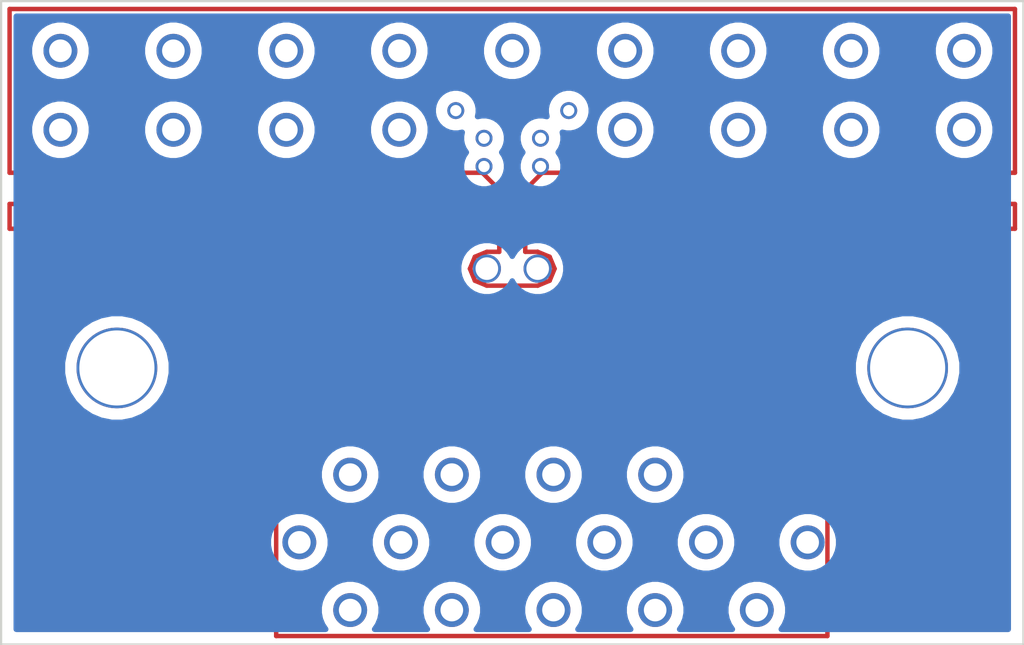
<source format=kicad_pcb>
(kicad_pcb (version 20171130) (host pcbnew "(5.1.9)-1")

  (general
    (thickness 1.6)
    (drawings 213)
    (tracks 42)
    (zones 0)
    (modules 0)
    (nets 1)
  )

  (page A4)
  (layers
    (0 F.Cu signal)
    (31 B.Cu signal hide)
    (32 B.Adhes user)
    (33 F.Adhes user)
    (34 B.Paste user)
    (35 F.Paste user)
    (36 B.SilkS user)
    (37 F.SilkS user)
    (38 B.Mask user)
    (39 F.Mask user)
    (40 Dwgs.User user)
    (41 Cmts.User user)
    (42 Eco1.User user)
    (43 Eco2.User user)
    (44 Edge.Cuts user)
    (45 Margin user)
    (46 B.CrtYd user)
    (47 F.CrtYd user)
    (48 B.Fab user)
    (49 F.Fab user)
  )

  (setup
    (last_trace_width 0.25)
    (trace_clearance 0.2)
    (zone_clearance 0.508)
    (zone_45_only no)
    (trace_min 0.2)
    (via_size 0.8)
    (via_drill 0.4)
    (via_min_size 0.4)
    (via_min_drill 0.3)
    (uvia_size 0.3)
    (uvia_drill 0.1)
    (uvias_allowed no)
    (uvia_min_size 0.2)
    (uvia_min_drill 0.1)
    (edge_width 0.05)
    (segment_width 0.2)
    (pcb_text_width 0.3)
    (pcb_text_size 1.5 1.5)
    (mod_edge_width 0.12)
    (mod_text_size 1 1)
    (mod_text_width 0.15)
    (pad_size 1.524 1.524)
    (pad_drill 0.762)
    (pad_to_mask_clearance 0)
    (aux_axis_origin 0 0)
    (visible_elements 7EFFFFFF)
    (pcbplotparams
      (layerselection 0x010fc_ffffffff)
      (usegerberextensions false)
      (usegerberattributes true)
      (usegerberadvancedattributes true)
      (creategerberjobfile true)
      (excludeedgelayer true)
      (linewidth 0.150000)
      (plotframeref false)
      (viasonmask false)
      (mode 1)
      (useauxorigin false)
      (hpglpennumber 1)
      (hpglpenspeed 20)
      (hpglpendiameter 15.000000)
      (psnegative false)
      (psa4output false)
      (plotreference true)
      (plotvalue true)
      (plotinvisibletext false)
      (padsonsilk false)
      (subtractmaskfromsilk false)
      (outputformat 1)
      (mirror false)
      (drillshape 1)
      (scaleselection 1)
      (outputdirectory ""))
  )

  (net 0 "")

  (net_class Default "This is the default net class."
    (clearance 0.2)
    (trace_width 0.25)
    (via_dia 0.8)
    (via_drill 0.4)
    (uvia_dia 0.3)
    (uvia_drill 0.1)
  )

  (gr_line (start 45.974 -28.956) (end 45.974 0) (layer Edge.Cuts) (width 0.1))
  (gr_line (start 0 -28.956) (end 45.974 -28.956) (layer Edge.Cuts) (width 0.1))
  (gr_line (start 0 0) (end 0 -28.956) (layer Edge.Cuts) (width 0.1))
  (gr_line (start 45.974 0) (end 0 0) (layer Edge.Cuts) (width 0.1))
  (gr_line (start 39.741294 -6.74475) (end 40.09335 -5.89758) (layer F.Cu) (width 0.2))
  (gr_line (start 39.14082 -7.419252) (end 39.741294 -6.74475) (layer F.Cu) (width 0.2))
  (gr_line (start 38.348098 -7.865048) (end 39.14082 -7.419252) (layer F.Cu) (width 0.2))
  (gr_line (start 37.4193 -8.0261) (end 38.348098 -7.865048) (layer F.Cu) (width 0.2))
  (gr_line (start 37.4193 -8.0261) (end 37.4193 -8.0261) (layer F.Cu) (width 0.2))
  (gr_line (start 36.4795 -8.0261) (end 37.4193 -8.0261) (layer F.Cu) (width 0.2))
  (gr_line (start 36.4795 -9.418) (end 36.4795 -8.0261) (layer F.Cu) (width 0.2))
  (gr_line (start 34.3967 -9.418) (end 36.4795 -9.418) (layer F.Cu) (width 0.2))
  (gr_line (start 34.3967 -9.8803) (end 34.3967 -9.418) (layer F.Cu) (width 0.2))
  (gr_line (start 34.3967 -12.1155) (end 34.3967 -9.8803) (layer F.Cu) (width 0.2))
  (gr_line (start 32.3647 -12.1155) (end 34.3967 -12.1155) (layer F.Cu) (width 0.2))
  (gr_line (start 32.3647 -9.8803) (end 32.3647 -12.1155) (layer F.Cu) (width 0.2))
  (gr_line (start 33.2537 -9.8803) (end 32.3647 -9.8803) (layer F.Cu) (width 0.2))
  (gr_line (start 33.2537 -9.418) (end 33.2537 -9.8803) (layer F.Cu) (width 0.2))
  (gr_line (start 33.2537 -7.0101) (end 33.2537 -9.418) (layer F.Cu) (width 0.2))
  (gr_line (start 37.4193 -7.0101) (end 33.2537 -7.0101) (layer F.Cu) (width 0.2))
  (gr_line (start 37.41928 -7.01012) (end 37.4193 -7.0101) (layer F.Cu) (width 0.2))
  (gr_line (start 38.092221 -6.871214) (end 37.41928 -7.01012) (layer F.Cu) (width 0.2))
  (gr_line (start 38.639327 -6.494076) (end 38.092221 -6.871214) (layer F.Cu) (width 0.2))
  (gr_line (start 39.006939 -5.938081) (end 38.639327 -6.494076) (layer F.Cu) (width 0.2))
  (gr_line (start 39.1414 -5.2626) (end 39.006939 -5.938081) (layer F.Cu) (width 0.2))
  (gr_line (start 39.1414 -5.2626) (end 39.1414 -5.2626) (layer F.Cu) (width 0.2))
  (gr_line (start 39.1414 -1.1734) (end 39.1414 -5.2626) (layer F.Cu) (width 0.2))
  (gr_line (start 43.8962 -1.1734) (end 39.1414 -1.1734) (layer F.Cu) (width 0.2))
  (gr_line (start 43.8962 -5.8976) (end 43.8962 -1.1734) (layer F.Cu) (width 0.2))
  (gr_line (start 40.0933 -5.8976) (end 43.8962 -5.8976) (layer F.Cu) (width 0.2))
  (gr_line (start 25.533528 -12.412285) (end 25.4457 -12.8473) (layer F.Cu) (width 0.2))
  (gr_line (start 25.773043 -12.057043) (end 25.533528 -12.412285) (layer F.Cu) (width 0.2))
  (gr_line (start 26.128285 -11.817527) (end 25.773043 -12.057043) (layer F.Cu) (width 0.2))
  (gr_line (start 26.5633 -11.7297) (end 26.128285 -11.817527) (layer F.Cu) (width 0.2))
  (gr_line (start 26.5633 -11.7297) (end 26.5633 -11.7297) (layer F.Cu) (width 0.2))
  (gr_line (start 26.8935 -11.7297) (end 26.5633 -11.7297) (layer F.Cu) (width 0.2))
  (gr_line (start 26.8935 -11.4757) (end 26.8935 -11.7297) (layer F.Cu) (width 0.2))
  (gr_line (start 28.9255 -11.4757) (end 26.8935 -11.4757) (layer F.Cu) (width 0.2))
  (gr_line (start 28.9255 -11.7297) (end 28.9255 -11.4757) (layer F.Cu) (width 0.2))
  (gr_line (start 29.4843 -11.7297) (end 28.9255 -11.7297) (layer F.Cu) (width 0.2))
  (gr_line (start 29.4843 -11.4757) (end 29.4843 -11.7297) (layer F.Cu) (width 0.2))
  (gr_line (start 31.5163 -11.4757) (end 29.4843 -11.4757) (layer F.Cu) (width 0.2))
  (gr_line (start 31.5163 -12.9997) (end 31.5163 -11.4757) (layer F.Cu) (width 0.2))
  (gr_line (start 29.9415 -12.9997) (end 31.5163 -12.9997) (layer F.Cu) (width 0.2))
  (gr_line (start 29.9415 -14.0207) (end 29.9415 -12.9997) (layer F.Cu) (width 0.2))
  (gr_line (start 31.5059 -14.0207) (end 29.9415 -14.0207) (layer F.Cu) (width 0.2))
  (gr_line (start 31.5059 -14.3721) (end 31.5059 -14.0207) (layer F.Cu) (width 0.2))
  (gr_line (start 32.3545 -14.3721) (end 31.5059 -14.3721) (layer F.Cu) (width 0.2))
  (gr_line (start 32.3545 -12.9997) (end 32.3545 -14.3721) (layer F.Cu) (width 0.2))
  (gr_line (start 34.3865 -12.9997) (end 32.3545 -12.9997) (layer F.Cu) (width 0.2))
  (gr_line (start 34.3865 -15.387) (end 34.3865 -12.9997) (layer F.Cu) (width 0.2))
  (gr_line (start 33.8785 -15.387) (end 34.3865 -15.387) (layer F.Cu) (width 0.2))
  (gr_line (start 33.8785 -15.7426) (end 33.8785 -15.387) (layer F.Cu) (width 0.2))
  (gr_line (start 34.3865 -15.7426) (end 33.8785 -15.7426) (layer F.Cu) (width 0.2))
  (gr_line (start 34.3865 -17.8254) (end 34.3865 -15.7426) (layer F.Cu) (width 0.2))
  (gr_line (start 32.3545 -17.8254) (end 34.3865 -17.8254) (layer F.Cu) (width 0.2))
  (gr_line (start 32.3545 -15.7426) (end 32.3545 -17.8254) (layer F.Cu) (width 0.2))
  (gr_line (start 32.862499 -15.7426) (end 32.3545 -15.7426) (layer F.Cu) (width 0.2))
  (gr_line (start 32.862499 -15.387) (end 32.862499 -15.7426) (layer F.Cu) (width 0.2))
  (gr_line (start 32.3545 -15.387) (end 32.862499 -15.387) (layer F.Cu) (width 0.2))
  (gr_line (start 31.5059 -15.387) (end 32.3545 -15.387) (layer F.Cu) (width 0.2))
  (gr_line (start 31.5059 -15.7426) (end 31.5059 -15.387) (layer F.Cu) (width 0.2))
  (gr_line (start 30.4495 -15.7426) (end 31.5059 -15.7426) (layer F.Cu) (width 0.2))
  (gr_line (start 30.4495 -17.8254) (end 30.4495 -15.7426) (layer F.Cu) (width 0.2))
  (gr_line (start 28.4175 -17.8254) (end 30.4495 -17.8254) (layer F.Cu) (width 0.2))
  (gr_line (start 28.4175 -15.7426) (end 28.4175 -17.8254) (layer F.Cu) (width 0.2))
  (gr_line (start 27.4523 -15.7426) (end 28.4175 -15.7426) (layer F.Cu) (width 0.2))
  (gr_line (start 27.4523 -14.0207) (end 27.4523 -15.7426) (layer F.Cu) (width 0.2))
  (gr_line (start 28.9255 -14.0207) (end 27.4523 -14.0207) (layer F.Cu) (width 0.2))
  (gr_line (start 28.9255 -12.9997) (end 28.9255 -14.0207) (layer F.Cu) (width 0.2))
  (gr_line (start 26.8935 -12.9997) (end 28.9255 -12.9997) (layer F.Cu) (width 0.2))
  (gr_line (start 26.7919 -12.9997) (end 26.8935 -12.9997) (layer F.Cu) (width 0.2))
  (gr_line (start 26.7919 -14.9809) (end 26.7919 -12.9997) (layer F.Cu) (width 0.2))
  (gr_line (start 24.6837 -14.9809) (end 26.7919 -14.9809) (layer F.Cu) (width 0.2))
  (gr_line (start 24.6837 -12.8473) (end 24.6837 -14.9809) (layer F.Cu) (width 0.2))
  (gr_line (start 25.4457 -12.8473) (end 24.6837 -12.8473) (layer F.Cu) (width 0.2))
  (gr_line (start 21.7271 -13.3654) (end 21.2191 -13.3654) (layer F.Cu) (width 0.2))
  (gr_line (start 21.7271 -12.8574) (end 21.7271 -13.3654) (layer F.Cu) (width 0.2))
  (gr_line (start 23.8193 -12.8574) (end 21.7271 -12.8574) (layer F.Cu) (width 0.2))
  (gr_line (start 23.8193 -14.9907) (end 23.8193 -12.8574) (layer F.Cu) (width 0.2))
  (gr_line (start 21.7271 -14.9907) (end 23.8193 -14.9907) (layer F.Cu) (width 0.2))
  (gr_line (start 21.7271 -14.3814) (end 21.7271 -14.9907) (layer F.Cu) (width 0.2))
  (gr_line (start 21.2191 -14.3814) (end 21.7271 -14.3814) (layer F.Cu) (width 0.2))
  (gr_line (start 21.2191 -14.8891) (end 21.2191 -14.3814) (layer F.Cu) (width 0.2))
  (gr_line (start 19.1871 -14.8891) (end 21.2191 -14.8891) (layer F.Cu) (width 0.2))
  (gr_line (start 19.1871 -14.3814) (end 19.1871 -14.8891) (layer F.Cu) (width 0.2))
  (gr_line (start 18.6283 -14.3814) (end 19.1871 -14.3814) (layer F.Cu) (width 0.2))
  (gr_line (start 18.6283 -14.8891) (end 18.6283 -14.3814) (layer F.Cu) (width 0.2))
  (gr_line (start 16.5963 -14.8891) (end 18.6283 -14.8891) (layer F.Cu) (width 0.2))
  (gr_line (start 16.5963 -10.927) (end 16.5963 -14.8891) (layer F.Cu) (width 0.2))
  (gr_line (start 18.6283 -10.927) (end 16.5963 -10.927) (layer F.Cu) (width 0.2))
  (gr_line (start 18.6283 -13.3654) (end 18.6283 -10.927) (layer F.Cu) (width 0.2))
  (gr_line (start 19.1871 -13.3654) (end 18.6283 -13.3654) (layer F.Cu) (width 0.2))
  (gr_line (start 19.1871 -12.8574) (end 19.1871 -13.3654) (layer F.Cu) (width 0.2))
  (gr_line (start 21.2191 -12.8574) (end 19.1871 -12.8574) (layer F.Cu) (width 0.2))
  (gr_line (start 21.2191 -13.3654) (end 21.2191 -12.8574) (layer F.Cu) (width 0.2))
  (gr_line (start 15.7023 -12.8634) (end 15.1943 -12.8634) (layer F.Cu) (width 0.2))
  (gr_line (start 15.7023 -14.8891) (end 15.7023 -12.8634) (layer F.Cu) (width 0.2))
  (gr_line (start 15.1943 -14.8891) (end 15.7023 -14.8891) (layer F.Cu) (width 0.2))
  (gr_line (start 15.1943 -15.4903) (end 15.1943 -14.8891) (layer F.Cu) (width 0.2))
  (gr_line (start 15.7023 -15.4903) (end 15.1943 -15.4903) (layer F.Cu) (width 0.2))
  (gr_line (start 15.7023 -17.8355) (end 15.7023 -15.4903) (layer F.Cu) (width 0.2))
  (gr_line (start 13.6703 -17.8355) (end 15.7023 -17.8355) (layer F.Cu) (width 0.2))
  (gr_line (start 13.6703 -15.4903) (end 13.6703 -17.8355) (layer F.Cu) (width 0.2))
  (gr_line (start 14.1783 -15.4903) (end 13.6703 -15.4903) (layer F.Cu) (width 0.2))
  (gr_line (start 14.1783 -14.8891) (end 14.1783 -15.4903) (layer F.Cu) (width 0.2))
  (gr_line (start 13.6703 -14.8891) (end 14.1783 -14.8891) (layer F.Cu) (width 0.2))
  (gr_line (start 13.6703 -12.8634) (end 13.6703 -14.8891) (layer F.Cu) (width 0.2))
  (gr_line (start 14.1783 -12.8634) (end 13.6703 -12.8634) (layer F.Cu) (width 0.2))
  (gr_line (start 14.1783 -12.5526) (end 14.1783 -12.8634) (layer F.Cu) (width 0.2))
  (gr_line (start 13.6703 -12.5526) (end 14.1783 -12.5526) (layer F.Cu) (width 0.2))
  (gr_line (start 13.6703 -10.927) (end 13.6703 -12.5526) (layer F.Cu) (width 0.2))
  (gr_line (start 15.7023 -10.927) (end 13.6703 -10.927) (layer F.Cu) (width 0.2))
  (gr_line (start 15.7023 -12.5526) (end 15.7023 -10.927) (layer F.Cu) (width 0.2))
  (gr_line (start 15.1943 -12.5526) (end 15.7023 -12.5526) (layer F.Cu) (width 0.2))
  (gr_line (start 15.1943 -12.8634) (end 15.1943 -12.5526) (layer F.Cu) (width 0.2))
  (gr_line (start 8.81379 -18.7096) (end 8.81379 -19.8272) (layer F.Cu) (width 0.2))
  (gr_line (start 0.381 -18.7096) (end 8.81379 -18.7096) (layer F.Cu) (width 0.2))
  (gr_line (start 0.381 -19.8272) (end 0.381 -18.7096) (layer F.Cu) (width 0.2))
  (gr_line (start 8.81379 -19.8272) (end 0.381 -19.8272) (layer F.Cu) (width 0.2))
  (gr_line (start 37.1602 -18.7096) (end 37.1602 -19.8272) (layer F.Cu) (width 0.2))
  (gr_line (start 45.593 -18.7096) (end 37.1602 -18.7096) (layer F.Cu) (width 0.2))
  (gr_line (start 45.593 -19.8272) (end 45.593 -18.7096) (layer F.Cu) (width 0.2))
  (gr_line (start 37.1602 -19.8272) (end 45.593 -19.8272) (layer F.Cu) (width 0.2))
  (gr_line (start 22.0218 -18.7096) (end 22.0218 -20.2082) (layer F.Cu) (width 0.2))
  (gr_line (start 9.69969 -18.7096) (end 22.0218 -18.7096) (layer F.Cu) (width 0.2))
  (gr_line (start 9.69969 -19.8272) (end 9.69969 -18.7096) (layer F.Cu) (width 0.2))
  (gr_line (start 20.8534 -19.8272) (end 9.69969 -19.8272) (layer F.Cu) (width 0.2))
  (gr_line (start 20.8534 -20.2082) (end 20.8534 -19.8272) (layer F.Cu) (width 0.2))
  (gr_line (start 22.0218 -20.2082) (end 20.8534 -20.2082) (layer F.Cu) (width 0.2))
  (gr_line (start 23.9522 -18.7096) (end 23.9522 -20.2082) (layer F.Cu) (width 0.2))
  (gr_line (start 36.2743 -18.7096) (end 23.9522 -18.7096) (layer F.Cu) (width 0.2))
  (gr_line (start 36.2743 -19.8272) (end 36.2743 -18.7096) (layer F.Cu) (width 0.2))
  (gr_line (start 25.1206 -19.8272) (end 36.2743 -19.8272) (layer F.Cu) (width 0.2))
  (gr_line (start 25.1206 -20.2082) (end 25.1206 -19.8272) (layer F.Cu) (width 0.2))
  (gr_line (start 23.9522 -20.2082) (end 25.1206 -20.2082) (layer F.Cu) (width 0.2))
  (gr_line (start 4.129564 -15.025409) (end 5.21716 -15.245) (layer F.Cu) (width 0.2))
  (gr_line (start 3.241464 -14.426591) (end 4.129564 -15.025409) (layer F.Cu) (width 0.2))
  (gr_line (start 2.642711 -13.538478) (end 3.241464 -14.426591) (layer F.Cu) (width 0.2))
  (gr_line (start 2.42316 -12.451) (end 2.642711 -13.538478) (layer F.Cu) (width 0.2))
  (gr_line (start 2.642711 -11.363522) (end 2.42316 -12.451) (layer F.Cu) (width 0.2))
  (gr_line (start 3.241464 -10.475409) (end 2.642711 -11.363522) (layer F.Cu) (width 0.2))
  (gr_line (start 4.129564 -9.876591) (end 3.241464 -10.475409) (layer F.Cu) (width 0.2))
  (gr_line (start 5.21716 -9.656999) (end 4.129564 -9.876591) (layer F.Cu) (width 0.2))
  (gr_line (start 6.304756 -9.876591) (end 5.21716 -9.656999) (layer F.Cu) (width 0.2))
  (gr_line (start 7.192856 -10.475409) (end 6.304756 -9.876591) (layer F.Cu) (width 0.2))
  (gr_line (start 7.791609 -11.363522) (end 7.192856 -10.475409) (layer F.Cu) (width 0.2))
  (gr_line (start 8.01116 -12.451) (end 7.791609 -11.363522) (layer F.Cu) (width 0.2))
  (gr_line (start 7.791609 -13.538478) (end 8.01116 -12.451) (layer F.Cu) (width 0.2))
  (gr_line (start 7.192856 -14.426591) (end 7.791609 -13.538478) (layer F.Cu) (width 0.2))
  (gr_line (start 6.304756 -15.025409) (end 7.192856 -14.426591) (layer F.Cu) (width 0.2))
  (gr_line (start 5.21716 -15.245) (end 6.304756 -15.025409) (layer F.Cu) (width 0.2))
  (gr_line (start 39.689504 -15.025409) (end 40.7771 -15.245) (layer F.Cu) (width 0.2))
  (gr_line (start 38.801404 -14.426591) (end 39.689504 -15.025409) (layer F.Cu) (width 0.2))
  (gr_line (start 38.202651 -13.538478) (end 38.801404 -14.426591) (layer F.Cu) (width 0.2))
  (gr_line (start 37.9831 -12.451) (end 38.202651 -13.538478) (layer F.Cu) (width 0.2))
  (gr_line (start 38.202651 -11.363522) (end 37.9831 -12.451) (layer F.Cu) (width 0.2))
  (gr_line (start 38.801404 -10.475409) (end 38.202651 -11.363522) (layer F.Cu) (width 0.2))
  (gr_line (start 39.689504 -9.876591) (end 38.801404 -10.475409) (layer F.Cu) (width 0.2))
  (gr_line (start 40.7771 -9.656999) (end 39.689504 -9.876591) (layer F.Cu) (width 0.2))
  (gr_line (start 41.864696 -9.876591) (end 40.7771 -9.656999) (layer F.Cu) (width 0.2))
  (gr_line (start 42.752796 -10.475409) (end 41.864696 -9.876591) (layer F.Cu) (width 0.2))
  (gr_line (start 43.351549 -11.363522) (end 42.752796 -10.475409) (layer F.Cu) (width 0.2))
  (gr_line (start 43.5711 -12.451) (end 43.351549 -11.363522) (layer F.Cu) (width 0.2))
  (gr_line (start 43.351549 -13.538478) (end 43.5711 -12.451) (layer F.Cu) (width 0.2))
  (gr_line (start 42.752796 -14.426591) (end 43.351549 -13.538478) (layer F.Cu) (width 0.2))
  (gr_line (start 41.864696 -15.025409) (end 42.752796 -14.426591) (layer F.Cu) (width 0.2))
  (gr_line (start 40.7771 -15.245) (end 41.864696 -15.025409) (layer F.Cu) (width 0.2))
  (gr_line (start 21.305203 -17.450096) (end 21.844 -17.673298) (layer F.Cu) (width 0.2))
  (gr_line (start 21.082001 -16.911299) (end 21.305203 -17.450096) (layer F.Cu) (width 0.2))
  (gr_line (start 21.305203 -16.372502) (end 21.082001 -16.911299) (layer F.Cu) (width 0.2))
  (gr_line (start 21.844 -16.1493) (end 21.305203 -16.372502) (layer F.Cu) (width 0.2))
  (gr_line (start 21.844 -16.1493) (end 21.844 -16.1493) (layer F.Cu) (width 0.2))
  (gr_line (start 24.13 -16.1493) (end 21.844 -16.1493) (layer F.Cu) (width 0.2))
  (gr_line (start 24.13 -16.149302) (end 24.13 -16.1493) (layer F.Cu) (width 0.2))
  (gr_line (start 24.668797 -16.372504) (end 24.13 -16.149302) (layer F.Cu) (width 0.2))
  (gr_line (start 24.891999 -16.911301) (end 24.668797 -16.372504) (layer F.Cu) (width 0.2))
  (gr_line (start 24.668797 -17.450098) (end 24.891999 -16.911301) (layer F.Cu) (width 0.2))
  (gr_line (start 24.13 -17.6733) (end 24.668797 -17.450098) (layer F.Cu) (width 0.2))
  (gr_line (start 24.13 -17.6733) (end 24.13 -17.6733) (layer F.Cu) (width 0.2))
  (gr_line (start 23.5712 -17.6733) (end 24.13 -17.6733) (layer F.Cu) (width 0.2))
  (gr_line (start 23.571201 -20.466989) (end 23.5712 -17.6733) (layer F.Cu) (width 0.2))
  (gr_line (start 24.3332 -21.2304) (end 23.571201 -20.466989) (layer F.Cu) (width 0.2))
  (gr_line (start 45.593 -21.2304) (end 24.3332 -21.2304) (layer F.Cu) (width 0.2))
  (gr_line (start 45.593 -28.6009) (end 45.593 -21.2304) (layer F.Cu) (width 0.2))
  (gr_line (start 0.381 -28.6009) (end 45.593 -28.6009) (layer F.Cu) (width 0.2))
  (gr_line (start 0.381 -21.2304) (end 0.381 -28.6009) (layer F.Cu) (width 0.2))
  (gr_line (start 21.640801 -21.230411) (end 0.381 -21.2304) (layer F.Cu) (width 0.2))
  (gr_line (start 22.4028 -20.467) (end 21.640801 -21.230411) (layer F.Cu) (width 0.2))
  (gr_line (start 22.4028 -17.6733) (end 22.4028 -20.467) (layer F.Cu) (width 0.2))
  (gr_line (start 21.844 -17.6733) (end 22.4028 -17.6733) (layer F.Cu) (width 0.2))
  (gr_line (start 15.6972 -10.0327) (end 16.5862 -10.0327) (layer F.Cu) (width 0.2))
  (gr_line (start 13.6652 -10.0327) (end 15.6972 -10.0327) (layer F.Cu) (width 0.2))
  (gr_line (start 12.3698 -10.0327) (end 13.6652 -10.0327) (layer F.Cu) (width 0.2))
  (gr_line (start 12.3698 -0.381) (end 12.3698 -10.0327) (layer F.Cu) (width 0.2))
  (gr_line (start 37.1602 -0.381) (end 12.3698 -0.381) (layer F.Cu) (width 0.2))
  (gr_line (start 37.1602 -6.1211) (end 37.1602 -0.381) (layer F.Cu) (width 0.2))
  (gr_line (start 31.6992 -6.1211) (end 37.1602 -6.1211) (layer F.Cu) (width 0.2))
  (gr_line (start 31.6992 -10.0327) (end 31.6992 -6.1211) (layer F.Cu) (width 0.2))
  (gr_line (start 31.5214 -10.0327) (end 31.6992 -10.0327) (layer F.Cu) (width 0.2))
  (gr_line (start 31.5214 -10.591499) (end 31.5214 -10.0327) (layer F.Cu) (width 0.2))
  (gr_line (start 29.4894 -10.591499) (end 31.5214 -10.591499) (layer F.Cu) (width 0.2))
  (gr_line (start 29.4894 -10.0327) (end 29.4894 -10.591499) (layer F.Cu) (width 0.2))
  (gr_line (start 28.9306 -10.0327) (end 29.4894 -10.0327) (layer F.Cu) (width 0.2))
  (gr_line (start 28.9306 -10.591499) (end 28.9306 -10.0327) (layer F.Cu) (width 0.2))
  (gr_line (start 26.8986 -10.591499) (end 28.9306 -10.591499) (layer F.Cu) (width 0.2))
  (gr_line (start 26.8986 -10.0327) (end 26.8986 -10.591499) (layer F.Cu) (width 0.2))
  (gr_line (start 21.209 -10.0327) (end 26.8986 -10.0327) (layer F.Cu) (width 0.2))
  (gr_line (start 21.209 -11.9631) (end 21.209 -10.0327) (layer F.Cu) (width 0.2))
  (gr_line (start 19.177 -11.9631) (end 21.209 -11.9631) (layer F.Cu) (width 0.2))
  (gr_line (start 19.177 -10.0327) (end 19.177 -11.9631) (layer F.Cu) (width 0.2))
  (gr_line (start 18.6182 -10.0327) (end 19.177 -10.0327) (layer F.Cu) (width 0.2))
  (gr_line (start 16.5862 -10.0327) (end 18.6182 -10.0327) (layer F.Cu) (width 0.2))

  (via (at 2.667 -26.7208) (size 1.524) (drill 1.016) (layers F.Cu B.Cu) (net 0))
  (via (at 2.667 -23.1648) (size 1.524) (drill 1.016) (layers F.Cu B.Cu) (net 0) (tstamp 6009B11C))
  (via (at 7.747 -26.7208) (size 1.524) (drill 1.016) (layers F.Cu B.Cu) (net 0) (tstamp 6009B23D))
  (via (at 12.827 -26.7208) (size 1.524) (drill 1.016) (layers F.Cu B.Cu) (net 0) (tstamp 6009B7EB))
  (via (at 17.907 -26.7208) (size 1.524) (drill 1.016) (layers F.Cu B.Cu) (net 0) (tstamp 6009B828))
  (via (at 22.987 -26.7208) (size 1.524) (drill 1.016) (layers F.Cu B.Cu) (net 0) (tstamp 6009B868))
  (via (at 28.067 -26.7208) (size 1.524) (drill 1.016) (layers F.Cu B.Cu) (net 0) (tstamp 6009BBF6))
  (via (at 33.147 -26.7208) (size 1.524) (drill 1.016) (layers F.Cu B.Cu) (net 0) (tstamp 6009BC41))
  (via (at 38.227 -26.7208) (size 1.524) (drill 1.016) (layers F.Cu B.Cu) (net 0) (tstamp 6009BCA5))
  (via (at 43.307 -26.7208) (size 1.524) (drill 1.016) (layers F.Cu B.Cu) (net 0) (tstamp 6009BCBE))
  (via (at 7.747 -23.1648) (size 1.524) (drill 1.016) (layers F.Cu B.Cu) (net 0) (tstamp 6009BD38))
  (via (at 12.827 -23.1648) (size 1.524) (drill 1.016) (layers F.Cu B.Cu) (net 0) (tstamp 6009BD8A))
  (via (at 17.907 -23.1648) (size 1.524) (drill 1.016) (layers F.Cu B.Cu) (net 0) (tstamp 6009BDEB))
  (via (at 15.6972 -7.6454) (size 1.524) (drill 1.016) (layers F.Cu B.Cu) (net 0) (tstamp 6009BDFF))
  (via (at 28.067 -23.1648) (size 1.524) (drill 1.016) (layers F.Cu B.Cu) (net 0) (tstamp 6009BE10))
  (via (at 33.147 -23.1648) (size 1.524) (drill 1.016) (layers F.Cu B.Cu) (net 0) (tstamp 6009BE26))
  (via (at 38.227 -23.1648) (size 1.524) (drill 1.016) (layers F.Cu B.Cu) (net 0) (tstamp 6009BE3A))
  (via (at 43.307 -23.1648) (size 1.524) (drill 1.016) (layers F.Cu B.Cu) (net 0) (tstamp 6009BE4E))
  (via (at 20.2692 -7.6454) (size 1.524) (drill 1.016) (layers F.Cu B.Cu) (net 0) (tstamp 6009BEE4))
  (via (at 24.8412 -7.6454) (size 1.524) (drill 1.016) (layers F.Cu B.Cu) (net 0) (tstamp 6009BF40))
  (via (at 29.4132 -7.6454) (size 1.524) (drill 1.016) (layers F.Cu B.Cu) (net 0) (tstamp 6009BF8A))
  (via (at 13.4112 -4.5974) (size 1.524) (drill 1.016) (layers F.Cu B.Cu) (net 0) (tstamp 6009BFEA))
  (via (at 17.9832 -4.5974) (size 1.524) (drill 1.016) (layers F.Cu B.Cu) (net 0) (tstamp 6009C03C))
  (via (at 22.5552 -4.5974) (size 1.524) (drill 1.016) (layers F.Cu B.Cu) (net 0) (tstamp 6009C07E))
  (via (at 27.1272 -4.5974) (size 1.524) (drill 1.016) (layers F.Cu B.Cu) (net 0) (tstamp 6009C0C1))
  (via (at 31.6992 -4.5974) (size 1.524) (drill 1.016) (layers F.Cu B.Cu) (net 0) (tstamp 6009C100))
  (via (at 36.2712 -4.5974) (size 1.524) (drill 1.016) (layers F.Cu B.Cu) (net 0) (tstamp 6009C13E))
  (via (at 15.6972 -1.5494) (size 1.524) (drill 1.016) (layers F.Cu B.Cu) (net 0) (tstamp 6009C17C))
  (via (at 20.2692 -1.5494) (size 1.524) (drill 1.016) (layers F.Cu B.Cu) (net 0) (tstamp 6009C1CB))
  (via (at 24.8412 -1.5494) (size 1.524) (drill 1.016) (layers F.Cu B.Cu) (net 0) (tstamp 6009C222))
  (via (at 29.4132 -1.5494) (size 1.524) (drill 1.016) (layers F.Cu B.Cu) (net 0) (tstamp 6009C25D))
  (via (at 33.9852 -1.5494) (size 1.524) (drill 1.016) (layers F.Cu B.Cu) (net 0) (tstamp 6009C28D))
  (via (at 21.844 -16.9164) (size 1.27) (drill 1.016) (layers F.Cu B.Cu) (net 0) (tstamp 6009C2B9))
  (via (at 24.13 -16.9164) (size 1.27) (drill 1.016) (layers F.Cu B.Cu) (net 0) (tstamp 6009C327))
  (via (at 20.447 -24.0284) (size 0.762) (drill 0.508) (layers F.Cu B.Cu) (net 0) (tstamp 6009C362))
  (via (at 25.527 -24.0284) (size 0.762) (drill 0.508) (layers F.Cu B.Cu) (net 0) (tstamp 6009C3DB))
  (via (at 21.717 -22.7838) (size 0.762) (drill 0.508) (layers F.Cu B.Cu) (net 0) (tstamp 6009C421))
  (via (at 24.257 -22.7838) (size 0.762) (drill 0.508) (layers F.Cu B.Cu) (net 0) (tstamp 6009C57C))
  (via (at 21.717 -21.5138) (size 0.762) (drill 0.508) (layers F.Cu B.Cu) (net 0) (tstamp 6009C5AD))
  (via (at 24.257 -21.5138) (size 0.762) (drill 0.508) (layers F.Cu B.Cu) (net 0) (tstamp 6009C5F6))
  (via (at 5.207 -12.446) (size 3.6322) (drill 3.3782) (layers F.Cu B.Cu) (net 0) (tstamp 6009C643))
  (via (at 40.767 -12.446) (size 3.6322) (drill 3.3782) (layers F.Cu B.Cu) (net 0) (tstamp 6009C718))

  (zone (net 0) (net_name "") (layer B.Cu) (tstamp 0) (hatch edge 0.508)
    (connect_pads (clearance 0.508))
    (min_thickness 0.254)
    (fill yes (arc_segments 32) (thermal_gap 0.508) (thermal_bridge_width 0.508))
    (polygon
      (pts
        (xy 45.72 -0.254) (xy 0.254 -0.254) (xy 0.254 -28.702) (xy 45.72 -28.702)
      )
    )
    (filled_polygon
      (pts
        (xy 45.289001 -0.685) (xy 35.087783 -0.685) (xy 35.223205 -0.887673) (xy 35.328514 -1.14191) (xy 35.3822 -1.411808)
        (xy 35.3822 -1.686992) (xy 35.328514 -1.95689) (xy 35.223205 -2.211127) (xy 35.07032 -2.439935) (xy 34.875735 -2.63452)
        (xy 34.646927 -2.787405) (xy 34.39269 -2.892714) (xy 34.122792 -2.9464) (xy 33.847608 -2.9464) (xy 33.57771 -2.892714)
        (xy 33.323473 -2.787405) (xy 33.094665 -2.63452) (xy 32.90008 -2.439935) (xy 32.747195 -2.211127) (xy 32.641886 -1.95689)
        (xy 32.5882 -1.686992) (xy 32.5882 -1.411808) (xy 32.641886 -1.14191) (xy 32.747195 -0.887673) (xy 32.882617 -0.685)
        (xy 30.515783 -0.685) (xy 30.651205 -0.887673) (xy 30.756514 -1.14191) (xy 30.8102 -1.411808) (xy 30.8102 -1.686992)
        (xy 30.756514 -1.95689) (xy 30.651205 -2.211127) (xy 30.49832 -2.439935) (xy 30.303735 -2.63452) (xy 30.074927 -2.787405)
        (xy 29.82069 -2.892714) (xy 29.550792 -2.9464) (xy 29.275608 -2.9464) (xy 29.00571 -2.892714) (xy 28.751473 -2.787405)
        (xy 28.522665 -2.63452) (xy 28.32808 -2.439935) (xy 28.175195 -2.211127) (xy 28.069886 -1.95689) (xy 28.0162 -1.686992)
        (xy 28.0162 -1.411808) (xy 28.069886 -1.14191) (xy 28.175195 -0.887673) (xy 28.310617 -0.685) (xy 25.943783 -0.685)
        (xy 26.079205 -0.887673) (xy 26.184514 -1.14191) (xy 26.2382 -1.411808) (xy 26.2382 -1.686992) (xy 26.184514 -1.95689)
        (xy 26.079205 -2.211127) (xy 25.92632 -2.439935) (xy 25.731735 -2.63452) (xy 25.502927 -2.787405) (xy 25.24869 -2.892714)
        (xy 24.978792 -2.9464) (xy 24.703608 -2.9464) (xy 24.43371 -2.892714) (xy 24.179473 -2.787405) (xy 23.950665 -2.63452)
        (xy 23.75608 -2.439935) (xy 23.603195 -2.211127) (xy 23.497886 -1.95689) (xy 23.4442 -1.686992) (xy 23.4442 -1.411808)
        (xy 23.497886 -1.14191) (xy 23.603195 -0.887673) (xy 23.738617 -0.685) (xy 21.371783 -0.685) (xy 21.507205 -0.887673)
        (xy 21.612514 -1.14191) (xy 21.6662 -1.411808) (xy 21.6662 -1.686992) (xy 21.612514 -1.95689) (xy 21.507205 -2.211127)
        (xy 21.35432 -2.439935) (xy 21.159735 -2.63452) (xy 20.930927 -2.787405) (xy 20.67669 -2.892714) (xy 20.406792 -2.9464)
        (xy 20.131608 -2.9464) (xy 19.86171 -2.892714) (xy 19.607473 -2.787405) (xy 19.378665 -2.63452) (xy 19.18408 -2.439935)
        (xy 19.031195 -2.211127) (xy 18.925886 -1.95689) (xy 18.8722 -1.686992) (xy 18.8722 -1.411808) (xy 18.925886 -1.14191)
        (xy 19.031195 -0.887673) (xy 19.166617 -0.685) (xy 16.799783 -0.685) (xy 16.935205 -0.887673) (xy 17.040514 -1.14191)
        (xy 17.0942 -1.411808) (xy 17.0942 -1.686992) (xy 17.040514 -1.95689) (xy 16.935205 -2.211127) (xy 16.78232 -2.439935)
        (xy 16.587735 -2.63452) (xy 16.358927 -2.787405) (xy 16.10469 -2.892714) (xy 15.834792 -2.9464) (xy 15.559608 -2.9464)
        (xy 15.28971 -2.892714) (xy 15.035473 -2.787405) (xy 14.806665 -2.63452) (xy 14.61208 -2.439935) (xy 14.459195 -2.211127)
        (xy 14.353886 -1.95689) (xy 14.3002 -1.686992) (xy 14.3002 -1.411808) (xy 14.353886 -1.14191) (xy 14.459195 -0.887673)
        (xy 14.594617 -0.685) (xy 0.685 -0.685) (xy 0.685 -4.734992) (xy 12.0142 -4.734992) (xy 12.0142 -4.459808)
        (xy 12.067886 -4.18991) (xy 12.173195 -3.935673) (xy 12.32608 -3.706865) (xy 12.520665 -3.51228) (xy 12.749473 -3.359395)
        (xy 13.00371 -3.254086) (xy 13.273608 -3.2004) (xy 13.548792 -3.2004) (xy 13.81869 -3.254086) (xy 14.072927 -3.359395)
        (xy 14.301735 -3.51228) (xy 14.49632 -3.706865) (xy 14.649205 -3.935673) (xy 14.754514 -4.18991) (xy 14.8082 -4.459808)
        (xy 14.8082 -4.734992) (xy 16.5862 -4.734992) (xy 16.5862 -4.459808) (xy 16.639886 -4.18991) (xy 16.745195 -3.935673)
        (xy 16.89808 -3.706865) (xy 17.092665 -3.51228) (xy 17.321473 -3.359395) (xy 17.57571 -3.254086) (xy 17.845608 -3.2004)
        (xy 18.120792 -3.2004) (xy 18.39069 -3.254086) (xy 18.644927 -3.359395) (xy 18.873735 -3.51228) (xy 19.06832 -3.706865)
        (xy 19.221205 -3.935673) (xy 19.326514 -4.18991) (xy 19.3802 -4.459808) (xy 19.3802 -4.734992) (xy 21.1582 -4.734992)
        (xy 21.1582 -4.459808) (xy 21.211886 -4.18991) (xy 21.317195 -3.935673) (xy 21.47008 -3.706865) (xy 21.664665 -3.51228)
        (xy 21.893473 -3.359395) (xy 22.14771 -3.254086) (xy 22.417608 -3.2004) (xy 22.692792 -3.2004) (xy 22.96269 -3.254086)
        (xy 23.216927 -3.359395) (xy 23.445735 -3.51228) (xy 23.64032 -3.706865) (xy 23.793205 -3.935673) (xy 23.898514 -4.18991)
        (xy 23.9522 -4.459808) (xy 23.9522 -4.734992) (xy 25.7302 -4.734992) (xy 25.7302 -4.459808) (xy 25.783886 -4.18991)
        (xy 25.889195 -3.935673) (xy 26.04208 -3.706865) (xy 26.236665 -3.51228) (xy 26.465473 -3.359395) (xy 26.71971 -3.254086)
        (xy 26.989608 -3.2004) (xy 27.264792 -3.2004) (xy 27.53469 -3.254086) (xy 27.788927 -3.359395) (xy 28.017735 -3.51228)
        (xy 28.21232 -3.706865) (xy 28.365205 -3.935673) (xy 28.470514 -4.18991) (xy 28.5242 -4.459808) (xy 28.5242 -4.734992)
        (xy 30.3022 -4.734992) (xy 30.3022 -4.459808) (xy 30.355886 -4.18991) (xy 30.461195 -3.935673) (xy 30.61408 -3.706865)
        (xy 30.808665 -3.51228) (xy 31.037473 -3.359395) (xy 31.29171 -3.254086) (xy 31.561608 -3.2004) (xy 31.836792 -3.2004)
        (xy 32.10669 -3.254086) (xy 32.360927 -3.359395) (xy 32.589735 -3.51228) (xy 32.78432 -3.706865) (xy 32.937205 -3.935673)
        (xy 33.042514 -4.18991) (xy 33.0962 -4.459808) (xy 33.0962 -4.734992) (xy 34.8742 -4.734992) (xy 34.8742 -4.459808)
        (xy 34.927886 -4.18991) (xy 35.033195 -3.935673) (xy 35.18608 -3.706865) (xy 35.380665 -3.51228) (xy 35.609473 -3.359395)
        (xy 35.86371 -3.254086) (xy 36.133608 -3.2004) (xy 36.408792 -3.2004) (xy 36.67869 -3.254086) (xy 36.932927 -3.359395)
        (xy 37.161735 -3.51228) (xy 37.35632 -3.706865) (xy 37.509205 -3.935673) (xy 37.614514 -4.18991) (xy 37.6682 -4.459808)
        (xy 37.6682 -4.734992) (xy 37.614514 -5.00489) (xy 37.509205 -5.259127) (xy 37.35632 -5.487935) (xy 37.161735 -5.68252)
        (xy 36.932927 -5.835405) (xy 36.67869 -5.940714) (xy 36.408792 -5.9944) (xy 36.133608 -5.9944) (xy 35.86371 -5.940714)
        (xy 35.609473 -5.835405) (xy 35.380665 -5.68252) (xy 35.18608 -5.487935) (xy 35.033195 -5.259127) (xy 34.927886 -5.00489)
        (xy 34.8742 -4.734992) (xy 33.0962 -4.734992) (xy 33.042514 -5.00489) (xy 32.937205 -5.259127) (xy 32.78432 -5.487935)
        (xy 32.589735 -5.68252) (xy 32.360927 -5.835405) (xy 32.10669 -5.940714) (xy 31.836792 -5.9944) (xy 31.561608 -5.9944)
        (xy 31.29171 -5.940714) (xy 31.037473 -5.835405) (xy 30.808665 -5.68252) (xy 30.61408 -5.487935) (xy 30.461195 -5.259127)
        (xy 30.355886 -5.00489) (xy 30.3022 -4.734992) (xy 28.5242 -4.734992) (xy 28.470514 -5.00489) (xy 28.365205 -5.259127)
        (xy 28.21232 -5.487935) (xy 28.017735 -5.68252) (xy 27.788927 -5.835405) (xy 27.53469 -5.940714) (xy 27.264792 -5.9944)
        (xy 26.989608 -5.9944) (xy 26.71971 -5.940714) (xy 26.465473 -5.835405) (xy 26.236665 -5.68252) (xy 26.04208 -5.487935)
        (xy 25.889195 -5.259127) (xy 25.783886 -5.00489) (xy 25.7302 -4.734992) (xy 23.9522 -4.734992) (xy 23.898514 -5.00489)
        (xy 23.793205 -5.259127) (xy 23.64032 -5.487935) (xy 23.445735 -5.68252) (xy 23.216927 -5.835405) (xy 22.96269 -5.940714)
        (xy 22.692792 -5.9944) (xy 22.417608 -5.9944) (xy 22.14771 -5.940714) (xy 21.893473 -5.835405) (xy 21.664665 -5.68252)
        (xy 21.47008 -5.487935) (xy 21.317195 -5.259127) (xy 21.211886 -5.00489) (xy 21.1582 -4.734992) (xy 19.3802 -4.734992)
        (xy 19.326514 -5.00489) (xy 19.221205 -5.259127) (xy 19.06832 -5.487935) (xy 18.873735 -5.68252) (xy 18.644927 -5.835405)
        (xy 18.39069 -5.940714) (xy 18.120792 -5.9944) (xy 17.845608 -5.9944) (xy 17.57571 -5.940714) (xy 17.321473 -5.835405)
        (xy 17.092665 -5.68252) (xy 16.89808 -5.487935) (xy 16.745195 -5.259127) (xy 16.639886 -5.00489) (xy 16.5862 -4.734992)
        (xy 14.8082 -4.734992) (xy 14.754514 -5.00489) (xy 14.649205 -5.259127) (xy 14.49632 -5.487935) (xy 14.301735 -5.68252)
        (xy 14.072927 -5.835405) (xy 13.81869 -5.940714) (xy 13.548792 -5.9944) (xy 13.273608 -5.9944) (xy 13.00371 -5.940714)
        (xy 12.749473 -5.835405) (xy 12.520665 -5.68252) (xy 12.32608 -5.487935) (xy 12.173195 -5.259127) (xy 12.067886 -5.00489)
        (xy 12.0142 -4.734992) (xy 0.685 -4.734992) (xy 0.685 -7.782992) (xy 14.3002 -7.782992) (xy 14.3002 -7.507808)
        (xy 14.353886 -7.23791) (xy 14.459195 -6.983673) (xy 14.61208 -6.754865) (xy 14.806665 -6.56028) (xy 15.035473 -6.407395)
        (xy 15.28971 -6.302086) (xy 15.559608 -6.2484) (xy 15.834792 -6.2484) (xy 16.10469 -6.302086) (xy 16.358927 -6.407395)
        (xy 16.587735 -6.56028) (xy 16.78232 -6.754865) (xy 16.935205 -6.983673) (xy 17.040514 -7.23791) (xy 17.0942 -7.507808)
        (xy 17.0942 -7.782992) (xy 18.8722 -7.782992) (xy 18.8722 -7.507808) (xy 18.925886 -7.23791) (xy 19.031195 -6.983673)
        (xy 19.18408 -6.754865) (xy 19.378665 -6.56028) (xy 19.607473 -6.407395) (xy 19.86171 -6.302086) (xy 20.131608 -6.2484)
        (xy 20.406792 -6.2484) (xy 20.67669 -6.302086) (xy 20.930927 -6.407395) (xy 21.159735 -6.56028) (xy 21.35432 -6.754865)
        (xy 21.507205 -6.983673) (xy 21.612514 -7.23791) (xy 21.6662 -7.507808) (xy 21.6662 -7.782992) (xy 23.4442 -7.782992)
        (xy 23.4442 -7.507808) (xy 23.497886 -7.23791) (xy 23.603195 -6.983673) (xy 23.75608 -6.754865) (xy 23.950665 -6.56028)
        (xy 24.179473 -6.407395) (xy 24.43371 -6.302086) (xy 24.703608 -6.2484) (xy 24.978792 -6.2484) (xy 25.24869 -6.302086)
        (xy 25.502927 -6.407395) (xy 25.731735 -6.56028) (xy 25.92632 -6.754865) (xy 26.079205 -6.983673) (xy 26.184514 -7.23791)
        (xy 26.2382 -7.507808) (xy 26.2382 -7.782992) (xy 28.0162 -7.782992) (xy 28.0162 -7.507808) (xy 28.069886 -7.23791)
        (xy 28.175195 -6.983673) (xy 28.32808 -6.754865) (xy 28.522665 -6.56028) (xy 28.751473 -6.407395) (xy 29.00571 -6.302086)
        (xy 29.275608 -6.2484) (xy 29.550792 -6.2484) (xy 29.82069 -6.302086) (xy 30.074927 -6.407395) (xy 30.303735 -6.56028)
        (xy 30.49832 -6.754865) (xy 30.651205 -6.983673) (xy 30.756514 -7.23791) (xy 30.8102 -7.507808) (xy 30.8102 -7.782992)
        (xy 30.756514 -8.05289) (xy 30.651205 -8.307127) (xy 30.49832 -8.535935) (xy 30.303735 -8.73052) (xy 30.074927 -8.883405)
        (xy 29.82069 -8.988714) (xy 29.550792 -9.0424) (xy 29.275608 -9.0424) (xy 29.00571 -8.988714) (xy 28.751473 -8.883405)
        (xy 28.522665 -8.73052) (xy 28.32808 -8.535935) (xy 28.175195 -8.307127) (xy 28.069886 -8.05289) (xy 28.0162 -7.782992)
        (xy 26.2382 -7.782992) (xy 26.184514 -8.05289) (xy 26.079205 -8.307127) (xy 25.92632 -8.535935) (xy 25.731735 -8.73052)
        (xy 25.502927 -8.883405) (xy 25.24869 -8.988714) (xy 24.978792 -9.0424) (xy 24.703608 -9.0424) (xy 24.43371 -8.988714)
        (xy 24.179473 -8.883405) (xy 23.950665 -8.73052) (xy 23.75608 -8.535935) (xy 23.603195 -8.307127) (xy 23.497886 -8.05289)
        (xy 23.4442 -7.782992) (xy 21.6662 -7.782992) (xy 21.612514 -8.05289) (xy 21.507205 -8.307127) (xy 21.35432 -8.535935)
        (xy 21.159735 -8.73052) (xy 20.930927 -8.883405) (xy 20.67669 -8.988714) (xy 20.406792 -9.0424) (xy 20.131608 -9.0424)
        (xy 19.86171 -8.988714) (xy 19.607473 -8.883405) (xy 19.378665 -8.73052) (xy 19.18408 -8.535935) (xy 19.031195 -8.307127)
        (xy 18.925886 -8.05289) (xy 18.8722 -7.782992) (xy 17.0942 -7.782992) (xy 17.040514 -8.05289) (xy 16.935205 -8.307127)
        (xy 16.78232 -8.535935) (xy 16.587735 -8.73052) (xy 16.358927 -8.883405) (xy 16.10469 -8.988714) (xy 15.834792 -9.0424)
        (xy 15.559608 -9.0424) (xy 15.28971 -8.988714) (xy 15.035473 -8.883405) (xy 14.806665 -8.73052) (xy 14.61208 -8.535935)
        (xy 14.459195 -8.307127) (xy 14.353886 -8.05289) (xy 14.3002 -7.782992) (xy 0.685 -7.782992) (xy 0.685 -12.687412)
        (xy 2.7559 -12.687412) (xy 2.7559 -12.204588) (xy 2.850094 -11.73104) (xy 3.034863 -11.284969) (xy 3.303106 -10.883515)
        (xy 3.644515 -10.542106) (xy 4.045969 -10.273863) (xy 4.49204 -10.089094) (xy 4.965588 -9.9949) (xy 5.448412 -9.9949)
        (xy 5.92196 -10.089094) (xy 6.368031 -10.273863) (xy 6.769485 -10.542106) (xy 7.110894 -10.883515) (xy 7.379137 -11.284969)
        (xy 7.563906 -11.73104) (xy 7.6581 -12.204588) (xy 7.6581 -12.687412) (xy 38.3159 -12.687412) (xy 38.3159 -12.204588)
        (xy 38.410094 -11.73104) (xy 38.594863 -11.284969) (xy 38.863106 -10.883515) (xy 39.204515 -10.542106) (xy 39.605969 -10.273863)
        (xy 40.05204 -10.089094) (xy 40.525588 -9.9949) (xy 41.008412 -9.9949) (xy 41.48196 -10.089094) (xy 41.928031 -10.273863)
        (xy 42.329485 -10.542106) (xy 42.670894 -10.883515) (xy 42.939137 -11.284969) (xy 43.123906 -11.73104) (xy 43.2181 -12.204588)
        (xy 43.2181 -12.687412) (xy 43.123906 -13.16096) (xy 42.939137 -13.607031) (xy 42.670894 -14.008485) (xy 42.329485 -14.349894)
        (xy 41.928031 -14.618137) (xy 41.48196 -14.802906) (xy 41.008412 -14.8971) (xy 40.525588 -14.8971) (xy 40.05204 -14.802906)
        (xy 39.605969 -14.618137) (xy 39.204515 -14.349894) (xy 38.863106 -14.008485) (xy 38.594863 -13.607031) (xy 38.410094 -13.16096)
        (xy 38.3159 -12.687412) (xy 7.6581 -12.687412) (xy 7.563906 -13.16096) (xy 7.379137 -13.607031) (xy 7.110894 -14.008485)
        (xy 6.769485 -14.349894) (xy 6.368031 -14.618137) (xy 5.92196 -14.802906) (xy 5.448412 -14.8971) (xy 4.965588 -14.8971)
        (xy 4.49204 -14.802906) (xy 4.045969 -14.618137) (xy 3.644515 -14.349894) (xy 3.303106 -14.008485) (xy 3.034863 -13.607031)
        (xy 2.850094 -13.16096) (xy 2.7559 -12.687412) (xy 0.685 -12.687412) (xy 0.685 -17.041484) (xy 20.574 -17.041484)
        (xy 20.574 -16.791316) (xy 20.622805 -16.545955) (xy 20.718541 -16.314829) (xy 20.857527 -16.106822) (xy 21.034422 -15.929927)
        (xy 21.242429 -15.790941) (xy 21.473555 -15.695205) (xy 21.718916 -15.6464) (xy 21.969084 -15.6464) (xy 22.214445 -15.695205)
        (xy 22.445571 -15.790941) (xy 22.653578 -15.929927) (xy 22.830473 -16.106822) (xy 22.969459 -16.314829) (xy 22.987 -16.357177)
        (xy 23.004541 -16.314829) (xy 23.143527 -16.106822) (xy 23.320422 -15.929927) (xy 23.528429 -15.790941) (xy 23.759555 -15.695205)
        (xy 24.004916 -15.6464) (xy 24.255084 -15.6464) (xy 24.500445 -15.695205) (xy 24.731571 -15.790941) (xy 24.939578 -15.929927)
        (xy 25.116473 -16.106822) (xy 25.255459 -16.314829) (xy 25.351195 -16.545955) (xy 25.4 -16.791316) (xy 25.4 -17.041484)
        (xy 25.351195 -17.286845) (xy 25.255459 -17.517971) (xy 25.116473 -17.725978) (xy 24.939578 -17.902873) (xy 24.731571 -18.041859)
        (xy 24.500445 -18.137595) (xy 24.255084 -18.1864) (xy 24.004916 -18.1864) (xy 23.759555 -18.137595) (xy 23.528429 -18.041859)
        (xy 23.320422 -17.902873) (xy 23.143527 -17.725978) (xy 23.004541 -17.517971) (xy 22.987 -17.475623) (xy 22.969459 -17.517971)
        (xy 22.830473 -17.725978) (xy 22.653578 -17.902873) (xy 22.445571 -18.041859) (xy 22.214445 -18.137595) (xy 21.969084 -18.1864)
        (xy 21.718916 -18.1864) (xy 21.473555 -18.137595) (xy 21.242429 -18.041859) (xy 21.034422 -17.902873) (xy 20.857527 -17.725978)
        (xy 20.718541 -17.517971) (xy 20.622805 -17.286845) (xy 20.574 -17.041484) (xy 0.685 -17.041484) (xy 0.685 -23.302392)
        (xy 1.27 -23.302392) (xy 1.27 -23.027208) (xy 1.323686 -22.75731) (xy 1.428995 -22.503073) (xy 1.58188 -22.274265)
        (xy 1.776465 -22.07968) (xy 2.005273 -21.926795) (xy 2.25951 -21.821486) (xy 2.529408 -21.7678) (xy 2.804592 -21.7678)
        (xy 3.07449 -21.821486) (xy 3.328727 -21.926795) (xy 3.557535 -22.07968) (xy 3.75212 -22.274265) (xy 3.905005 -22.503073)
        (xy 4.010314 -22.75731) (xy 4.064 -23.027208) (xy 4.064 -23.302392) (xy 6.35 -23.302392) (xy 6.35 -23.027208)
        (xy 6.403686 -22.75731) (xy 6.508995 -22.503073) (xy 6.66188 -22.274265) (xy 6.856465 -22.07968) (xy 7.085273 -21.926795)
        (xy 7.33951 -21.821486) (xy 7.609408 -21.7678) (xy 7.884592 -21.7678) (xy 8.15449 -21.821486) (xy 8.408727 -21.926795)
        (xy 8.637535 -22.07968) (xy 8.83212 -22.274265) (xy 8.985005 -22.503073) (xy 9.090314 -22.75731) (xy 9.144 -23.027208)
        (xy 9.144 -23.302392) (xy 11.43 -23.302392) (xy 11.43 -23.027208) (xy 11.483686 -22.75731) (xy 11.588995 -22.503073)
        (xy 11.74188 -22.274265) (xy 11.936465 -22.07968) (xy 12.165273 -21.926795) (xy 12.41951 -21.821486) (xy 12.689408 -21.7678)
        (xy 12.964592 -21.7678) (xy 13.23449 -21.821486) (xy 13.488727 -21.926795) (xy 13.717535 -22.07968) (xy 13.91212 -22.274265)
        (xy 14.065005 -22.503073) (xy 14.170314 -22.75731) (xy 14.224 -23.027208) (xy 14.224 -23.302392) (xy 16.51 -23.302392)
        (xy 16.51 -23.027208) (xy 16.563686 -22.75731) (xy 16.668995 -22.503073) (xy 16.82188 -22.274265) (xy 17.016465 -22.07968)
        (xy 17.245273 -21.926795) (xy 17.49951 -21.821486) (xy 17.769408 -21.7678) (xy 18.044592 -21.7678) (xy 18.31449 -21.821486)
        (xy 18.568727 -21.926795) (xy 18.797535 -22.07968) (xy 18.99212 -22.274265) (xy 19.145005 -22.503073) (xy 19.250314 -22.75731)
        (xy 19.304 -23.027208) (xy 19.304 -23.302392) (xy 19.250314 -23.57229) (xy 19.145005 -23.826527) (xy 18.99212 -24.055335)
        (xy 18.918988 -24.128467) (xy 19.431 -24.128467) (xy 19.431 -23.928333) (xy 19.470044 -23.732044) (xy 19.546632 -23.547144)
        (xy 19.657821 -23.380738) (xy 19.799338 -23.239221) (xy 19.965744 -23.128032) (xy 20.150644 -23.051444) (xy 20.346933 -23.0124)
        (xy 20.547067 -23.0124) (xy 20.733961 -23.049575) (xy 20.701 -22.883867) (xy 20.701 -22.683733) (xy 20.740044 -22.487444)
        (xy 20.816632 -22.302544) (xy 20.919361 -22.1488) (xy 20.816632 -21.995056) (xy 20.740044 -21.810156) (xy 20.701 -21.613867)
        (xy 20.701 -21.413733) (xy 20.740044 -21.217444) (xy 20.816632 -21.032544) (xy 20.927821 -20.866138) (xy 21.069338 -20.724621)
        (xy 21.235744 -20.613432) (xy 21.420644 -20.536844) (xy 21.616933 -20.4978) (xy 21.817067 -20.4978) (xy 22.013356 -20.536844)
        (xy 22.198256 -20.613432) (xy 22.364662 -20.724621) (xy 22.506179 -20.866138) (xy 22.617368 -21.032544) (xy 22.693956 -21.217444)
        (xy 22.733 -21.413733) (xy 22.733 -21.613867) (xy 22.693956 -21.810156) (xy 22.617368 -21.995056) (xy 22.514639 -22.1488)
        (xy 22.617368 -22.302544) (xy 22.693956 -22.487444) (xy 22.733 -22.683733) (xy 22.733 -22.883867) (xy 23.241 -22.883867)
        (xy 23.241 -22.683733) (xy 23.280044 -22.487444) (xy 23.356632 -22.302544) (xy 23.459361 -22.1488) (xy 23.356632 -21.995056)
        (xy 23.280044 -21.810156) (xy 23.241 -21.613867) (xy 23.241 -21.413733) (xy 23.280044 -21.217444) (xy 23.356632 -21.032544)
        (xy 23.467821 -20.866138) (xy 23.609338 -20.724621) (xy 23.775744 -20.613432) (xy 23.960644 -20.536844) (xy 24.156933 -20.4978)
        (xy 24.357067 -20.4978) (xy 24.553356 -20.536844) (xy 24.738256 -20.613432) (xy 24.904662 -20.724621) (xy 25.046179 -20.866138)
        (xy 25.157368 -21.032544) (xy 25.233956 -21.217444) (xy 25.273 -21.413733) (xy 25.273 -21.613867) (xy 25.233956 -21.810156)
        (xy 25.157368 -21.995056) (xy 25.054639 -22.1488) (xy 25.157368 -22.302544) (xy 25.233956 -22.487444) (xy 25.273 -22.683733)
        (xy 25.273 -22.883867) (xy 25.240039 -23.049575) (xy 25.426933 -23.0124) (xy 25.627067 -23.0124) (xy 25.823356 -23.051444)
        (xy 26.008256 -23.128032) (xy 26.174662 -23.239221) (xy 26.237833 -23.302392) (xy 26.67 -23.302392) (xy 26.67 -23.027208)
        (xy 26.723686 -22.75731) (xy 26.828995 -22.503073) (xy 26.98188 -22.274265) (xy 27.176465 -22.07968) (xy 27.405273 -21.926795)
        (xy 27.65951 -21.821486) (xy 27.929408 -21.7678) (xy 28.204592 -21.7678) (xy 28.47449 -21.821486) (xy 28.728727 -21.926795)
        (xy 28.957535 -22.07968) (xy 29.15212 -22.274265) (xy 29.305005 -22.503073) (xy 29.410314 -22.75731) (xy 29.464 -23.027208)
        (xy 29.464 -23.302392) (xy 31.75 -23.302392) (xy 31.75 -23.027208) (xy 31.803686 -22.75731) (xy 31.908995 -22.503073)
        (xy 32.06188 -22.274265) (xy 32.256465 -22.07968) (xy 32.485273 -21.926795) (xy 32.73951 -21.821486) (xy 33.009408 -21.7678)
        (xy 33.284592 -21.7678) (xy 33.55449 -21.821486) (xy 33.808727 -21.926795) (xy 34.037535 -22.07968) (xy 34.23212 -22.274265)
        (xy 34.385005 -22.503073) (xy 34.490314 -22.75731) (xy 34.544 -23.027208) (xy 34.544 -23.302392) (xy 36.83 -23.302392)
        (xy 36.83 -23.027208) (xy 36.883686 -22.75731) (xy 36.988995 -22.503073) (xy 37.14188 -22.274265) (xy 37.336465 -22.07968)
        (xy 37.565273 -21.926795) (xy 37.81951 -21.821486) (xy 38.089408 -21.7678) (xy 38.364592 -21.7678) (xy 38.63449 -21.821486)
        (xy 38.888727 -21.926795) (xy 39.117535 -22.07968) (xy 39.31212 -22.274265) (xy 39.465005 -22.503073) (xy 39.570314 -22.75731)
        (xy 39.624 -23.027208) (xy 39.624 -23.302392) (xy 41.91 -23.302392) (xy 41.91 -23.027208) (xy 41.963686 -22.75731)
        (xy 42.068995 -22.503073) (xy 42.22188 -22.274265) (xy 42.416465 -22.07968) (xy 42.645273 -21.926795) (xy 42.89951 -21.821486)
        (xy 43.169408 -21.7678) (xy 43.444592 -21.7678) (xy 43.71449 -21.821486) (xy 43.968727 -21.926795) (xy 44.197535 -22.07968)
        (xy 44.39212 -22.274265) (xy 44.545005 -22.503073) (xy 44.650314 -22.75731) (xy 44.704 -23.027208) (xy 44.704 -23.302392)
        (xy 44.650314 -23.57229) (xy 44.545005 -23.826527) (xy 44.39212 -24.055335) (xy 44.197535 -24.24992) (xy 43.968727 -24.402805)
        (xy 43.71449 -24.508114) (xy 43.444592 -24.5618) (xy 43.169408 -24.5618) (xy 42.89951 -24.508114) (xy 42.645273 -24.402805)
        (xy 42.416465 -24.24992) (xy 42.22188 -24.055335) (xy 42.068995 -23.826527) (xy 41.963686 -23.57229) (xy 41.91 -23.302392)
        (xy 39.624 -23.302392) (xy 39.570314 -23.57229) (xy 39.465005 -23.826527) (xy 39.31212 -24.055335) (xy 39.117535 -24.24992)
        (xy 38.888727 -24.402805) (xy 38.63449 -24.508114) (xy 38.364592 -24.5618) (xy 38.089408 -24.5618) (xy 37.81951 -24.508114)
        (xy 37.565273 -24.402805) (xy 37.336465 -24.24992) (xy 37.14188 -24.055335) (xy 36.988995 -23.826527) (xy 36.883686 -23.57229)
        (xy 36.83 -23.302392) (xy 34.544 -23.302392) (xy 34.490314 -23.57229) (xy 34.385005 -23.826527) (xy 34.23212 -24.055335)
        (xy 34.037535 -24.24992) (xy 33.808727 -24.402805) (xy 33.55449 -24.508114) (xy 33.284592 -24.5618) (xy 33.009408 -24.5618)
        (xy 32.73951 -24.508114) (xy 32.485273 -24.402805) (xy 32.256465 -24.24992) (xy 32.06188 -24.055335) (xy 31.908995 -23.826527)
        (xy 31.803686 -23.57229) (xy 31.75 -23.302392) (xy 29.464 -23.302392) (xy 29.410314 -23.57229) (xy 29.305005 -23.826527)
        (xy 29.15212 -24.055335) (xy 28.957535 -24.24992) (xy 28.728727 -24.402805) (xy 28.47449 -24.508114) (xy 28.204592 -24.5618)
        (xy 27.929408 -24.5618) (xy 27.65951 -24.508114) (xy 27.405273 -24.402805) (xy 27.176465 -24.24992) (xy 26.98188 -24.055335)
        (xy 26.828995 -23.826527) (xy 26.723686 -23.57229) (xy 26.67 -23.302392) (xy 26.237833 -23.302392) (xy 26.316179 -23.380738)
        (xy 26.427368 -23.547144) (xy 26.503956 -23.732044) (xy 26.543 -23.928333) (xy 26.543 -24.128467) (xy 26.503956 -24.324756)
        (xy 26.427368 -24.509656) (xy 26.316179 -24.676062) (xy 26.174662 -24.817579) (xy 26.008256 -24.928768) (xy 25.823356 -25.005356)
        (xy 25.627067 -25.0444) (xy 25.426933 -25.0444) (xy 25.230644 -25.005356) (xy 25.045744 -24.928768) (xy 24.879338 -24.817579)
        (xy 24.737821 -24.676062) (xy 24.626632 -24.509656) (xy 24.550044 -24.324756) (xy 24.511 -24.128467) (xy 24.511 -23.928333)
        (xy 24.543961 -23.762625) (xy 24.357067 -23.7998) (xy 24.156933 -23.7998) (xy 23.960644 -23.760756) (xy 23.775744 -23.684168)
        (xy 23.609338 -23.572979) (xy 23.467821 -23.431462) (xy 23.356632 -23.265056) (xy 23.280044 -23.080156) (xy 23.241 -22.883867)
        (xy 22.733 -22.883867) (xy 22.693956 -23.080156) (xy 22.617368 -23.265056) (xy 22.506179 -23.431462) (xy 22.364662 -23.572979)
        (xy 22.198256 -23.684168) (xy 22.013356 -23.760756) (xy 21.817067 -23.7998) (xy 21.616933 -23.7998) (xy 21.430039 -23.762625)
        (xy 21.463 -23.928333) (xy 21.463 -24.128467) (xy 21.423956 -24.324756) (xy 21.347368 -24.509656) (xy 21.236179 -24.676062)
        (xy 21.094662 -24.817579) (xy 20.928256 -24.928768) (xy 20.743356 -25.005356) (xy 20.547067 -25.0444) (xy 20.346933 -25.0444)
        (xy 20.150644 -25.005356) (xy 19.965744 -24.928768) (xy 19.799338 -24.817579) (xy 19.657821 -24.676062) (xy 19.546632 -24.509656)
        (xy 19.470044 -24.324756) (xy 19.431 -24.128467) (xy 18.918988 -24.128467) (xy 18.797535 -24.24992) (xy 18.568727 -24.402805)
        (xy 18.31449 -24.508114) (xy 18.044592 -24.5618) (xy 17.769408 -24.5618) (xy 17.49951 -24.508114) (xy 17.245273 -24.402805)
        (xy 17.016465 -24.24992) (xy 16.82188 -24.055335) (xy 16.668995 -23.826527) (xy 16.563686 -23.57229) (xy 16.51 -23.302392)
        (xy 14.224 -23.302392) (xy 14.170314 -23.57229) (xy 14.065005 -23.826527) (xy 13.91212 -24.055335) (xy 13.717535 -24.24992)
        (xy 13.488727 -24.402805) (xy 13.23449 -24.508114) (xy 12.964592 -24.5618) (xy 12.689408 -24.5618) (xy 12.41951 -24.508114)
        (xy 12.165273 -24.402805) (xy 11.936465 -24.24992) (xy 11.74188 -24.055335) (xy 11.588995 -23.826527) (xy 11.483686 -23.57229)
        (xy 11.43 -23.302392) (xy 9.144 -23.302392) (xy 9.090314 -23.57229) (xy 8.985005 -23.826527) (xy 8.83212 -24.055335)
        (xy 8.637535 -24.24992) (xy 8.408727 -24.402805) (xy 8.15449 -24.508114) (xy 7.884592 -24.5618) (xy 7.609408 -24.5618)
        (xy 7.33951 -24.508114) (xy 7.085273 -24.402805) (xy 6.856465 -24.24992) (xy 6.66188 -24.055335) (xy 6.508995 -23.826527)
        (xy 6.403686 -23.57229) (xy 6.35 -23.302392) (xy 4.064 -23.302392) (xy 4.010314 -23.57229) (xy 3.905005 -23.826527)
        (xy 3.75212 -24.055335) (xy 3.557535 -24.24992) (xy 3.328727 -24.402805) (xy 3.07449 -24.508114) (xy 2.804592 -24.5618)
        (xy 2.529408 -24.5618) (xy 2.25951 -24.508114) (xy 2.005273 -24.402805) (xy 1.776465 -24.24992) (xy 1.58188 -24.055335)
        (xy 1.428995 -23.826527) (xy 1.323686 -23.57229) (xy 1.27 -23.302392) (xy 0.685 -23.302392) (xy 0.685 -26.858392)
        (xy 1.27 -26.858392) (xy 1.27 -26.583208) (xy 1.323686 -26.31331) (xy 1.428995 -26.059073) (xy 1.58188 -25.830265)
        (xy 1.776465 -25.63568) (xy 2.005273 -25.482795) (xy 2.25951 -25.377486) (xy 2.529408 -25.3238) (xy 2.804592 -25.3238)
        (xy 3.07449 -25.377486) (xy 3.328727 -25.482795) (xy 3.557535 -25.63568) (xy 3.75212 -25.830265) (xy 3.905005 -26.059073)
        (xy 4.010314 -26.31331) (xy 4.064 -26.583208) (xy 4.064 -26.858392) (xy 6.35 -26.858392) (xy 6.35 -26.583208)
        (xy 6.403686 -26.31331) (xy 6.508995 -26.059073) (xy 6.66188 -25.830265) (xy 6.856465 -25.63568) (xy 7.085273 -25.482795)
        (xy 7.33951 -25.377486) (xy 7.609408 -25.3238) (xy 7.884592 -25.3238) (xy 8.15449 -25.377486) (xy 8.408727 -25.482795)
        (xy 8.637535 -25.63568) (xy 8.83212 -25.830265) (xy 8.985005 -26.059073) (xy 9.090314 -26.31331) (xy 9.144 -26.583208)
        (xy 9.144 -26.858392) (xy 11.43 -26.858392) (xy 11.43 -26.583208) (xy 11.483686 -26.31331) (xy 11.588995 -26.059073)
        (xy 11.74188 -25.830265) (xy 11.936465 -25.63568) (xy 12.165273 -25.482795) (xy 12.41951 -25.377486) (xy 12.689408 -25.3238)
        (xy 12.964592 -25.3238) (xy 13.23449 -25.377486) (xy 13.488727 -25.482795) (xy 13.717535 -25.63568) (xy 13.91212 -25.830265)
        (xy 14.065005 -26.059073) (xy 14.170314 -26.31331) (xy 14.224 -26.583208) (xy 14.224 -26.858392) (xy 16.51 -26.858392)
        (xy 16.51 -26.583208) (xy 16.563686 -26.31331) (xy 16.668995 -26.059073) (xy 16.82188 -25.830265) (xy 17.016465 -25.63568)
        (xy 17.245273 -25.482795) (xy 17.49951 -25.377486) (xy 17.769408 -25.3238) (xy 18.044592 -25.3238) (xy 18.31449 -25.377486)
        (xy 18.568727 -25.482795) (xy 18.797535 -25.63568) (xy 18.99212 -25.830265) (xy 19.145005 -26.059073) (xy 19.250314 -26.31331)
        (xy 19.304 -26.583208) (xy 19.304 -26.858392) (xy 21.59 -26.858392) (xy 21.59 -26.583208) (xy 21.643686 -26.31331)
        (xy 21.748995 -26.059073) (xy 21.90188 -25.830265) (xy 22.096465 -25.63568) (xy 22.325273 -25.482795) (xy 22.57951 -25.377486)
        (xy 22.849408 -25.3238) (xy 23.124592 -25.3238) (xy 23.39449 -25.377486) (xy 23.648727 -25.482795) (xy 23.877535 -25.63568)
        (xy 24.07212 -25.830265) (xy 24.225005 -26.059073) (xy 24.330314 -26.31331) (xy 24.384 -26.583208) (xy 24.384 -26.858392)
        (xy 26.67 -26.858392) (xy 26.67 -26.583208) (xy 26.723686 -26.31331) (xy 26.828995 -26.059073) (xy 26.98188 -25.830265)
        (xy 27.176465 -25.63568) (xy 27.405273 -25.482795) (xy 27.65951 -25.377486) (xy 27.929408 -25.3238) (xy 28.204592 -25.3238)
        (xy 28.47449 -25.377486) (xy 28.728727 -25.482795) (xy 28.957535 -25.63568) (xy 29.15212 -25.830265) (xy 29.305005 -26.059073)
        (xy 29.410314 -26.31331) (xy 29.464 -26.583208) (xy 29.464 -26.858392) (xy 31.75 -26.858392) (xy 31.75 -26.583208)
        (xy 31.803686 -26.31331) (xy 31.908995 -26.059073) (xy 32.06188 -25.830265) (xy 32.256465 -25.63568) (xy 32.485273 -25.482795)
        (xy 32.73951 -25.377486) (xy 33.009408 -25.3238) (xy 33.284592 -25.3238) (xy 33.55449 -25.377486) (xy 33.808727 -25.482795)
        (xy 34.037535 -25.63568) (xy 34.23212 -25.830265) (xy 34.385005 -26.059073) (xy 34.490314 -26.31331) (xy 34.544 -26.583208)
        (xy 34.544 -26.858392) (xy 36.83 -26.858392) (xy 36.83 -26.583208) (xy 36.883686 -26.31331) (xy 36.988995 -26.059073)
        (xy 37.14188 -25.830265) (xy 37.336465 -25.63568) (xy 37.565273 -25.482795) (xy 37.81951 -25.377486) (xy 38.089408 -25.3238)
        (xy 38.364592 -25.3238) (xy 38.63449 -25.377486) (xy 38.888727 -25.482795) (xy 39.117535 -25.63568) (xy 39.31212 -25.830265)
        (xy 39.465005 -26.059073) (xy 39.570314 -26.31331) (xy 39.624 -26.583208) (xy 39.624 -26.858392) (xy 41.91 -26.858392)
        (xy 41.91 -26.583208) (xy 41.963686 -26.31331) (xy 42.068995 -26.059073) (xy 42.22188 -25.830265) (xy 42.416465 -25.63568)
        (xy 42.645273 -25.482795) (xy 42.89951 -25.377486) (xy 43.169408 -25.3238) (xy 43.444592 -25.3238) (xy 43.71449 -25.377486)
        (xy 43.968727 -25.482795) (xy 44.197535 -25.63568) (xy 44.39212 -25.830265) (xy 44.545005 -26.059073) (xy 44.650314 -26.31331)
        (xy 44.704 -26.583208) (xy 44.704 -26.858392) (xy 44.650314 -27.12829) (xy 44.545005 -27.382527) (xy 44.39212 -27.611335)
        (xy 44.197535 -27.80592) (xy 43.968727 -27.958805) (xy 43.71449 -28.064114) (xy 43.444592 -28.1178) (xy 43.169408 -28.1178)
        (xy 42.89951 -28.064114) (xy 42.645273 -27.958805) (xy 42.416465 -27.80592) (xy 42.22188 -27.611335) (xy 42.068995 -27.382527)
        (xy 41.963686 -27.12829) (xy 41.91 -26.858392) (xy 39.624 -26.858392) (xy 39.570314 -27.12829) (xy 39.465005 -27.382527)
        (xy 39.31212 -27.611335) (xy 39.117535 -27.80592) (xy 38.888727 -27.958805) (xy 38.63449 -28.064114) (xy 38.364592 -28.1178)
        (xy 38.089408 -28.1178) (xy 37.81951 -28.064114) (xy 37.565273 -27.958805) (xy 37.336465 -27.80592) (xy 37.14188 -27.611335)
        (xy 36.988995 -27.382527) (xy 36.883686 -27.12829) (xy 36.83 -26.858392) (xy 34.544 -26.858392) (xy 34.490314 -27.12829)
        (xy 34.385005 -27.382527) (xy 34.23212 -27.611335) (xy 34.037535 -27.80592) (xy 33.808727 -27.958805) (xy 33.55449 -28.064114)
        (xy 33.284592 -28.1178) (xy 33.009408 -28.1178) (xy 32.73951 -28.064114) (xy 32.485273 -27.958805) (xy 32.256465 -27.80592)
        (xy 32.06188 -27.611335) (xy 31.908995 -27.382527) (xy 31.803686 -27.12829) (xy 31.75 -26.858392) (xy 29.464 -26.858392)
        (xy 29.410314 -27.12829) (xy 29.305005 -27.382527) (xy 29.15212 -27.611335) (xy 28.957535 -27.80592) (xy 28.728727 -27.958805)
        (xy 28.47449 -28.064114) (xy 28.204592 -28.1178) (xy 27.929408 -28.1178) (xy 27.65951 -28.064114) (xy 27.405273 -27.958805)
        (xy 27.176465 -27.80592) (xy 26.98188 -27.611335) (xy 26.828995 -27.382527) (xy 26.723686 -27.12829) (xy 26.67 -26.858392)
        (xy 24.384 -26.858392) (xy 24.330314 -27.12829) (xy 24.225005 -27.382527) (xy 24.07212 -27.611335) (xy 23.877535 -27.80592)
        (xy 23.648727 -27.958805) (xy 23.39449 -28.064114) (xy 23.124592 -28.1178) (xy 22.849408 -28.1178) (xy 22.57951 -28.064114)
        (xy 22.325273 -27.958805) (xy 22.096465 -27.80592) (xy 21.90188 -27.611335) (xy 21.748995 -27.382527) (xy 21.643686 -27.12829)
        (xy 21.59 -26.858392) (xy 19.304 -26.858392) (xy 19.250314 -27.12829) (xy 19.145005 -27.382527) (xy 18.99212 -27.611335)
        (xy 18.797535 -27.80592) (xy 18.568727 -27.958805) (xy 18.31449 -28.064114) (xy 18.044592 -28.1178) (xy 17.769408 -28.1178)
        (xy 17.49951 -28.064114) (xy 17.245273 -27.958805) (xy 17.016465 -27.80592) (xy 16.82188 -27.611335) (xy 16.668995 -27.382527)
        (xy 16.563686 -27.12829) (xy 16.51 -26.858392) (xy 14.224 -26.858392) (xy 14.170314 -27.12829) (xy 14.065005 -27.382527)
        (xy 13.91212 -27.611335) (xy 13.717535 -27.80592) (xy 13.488727 -27.958805) (xy 13.23449 -28.064114) (xy 12.964592 -28.1178)
        (xy 12.689408 -28.1178) (xy 12.41951 -28.064114) (xy 12.165273 -27.958805) (xy 11.936465 -27.80592) (xy 11.74188 -27.611335)
        (xy 11.588995 -27.382527) (xy 11.483686 -27.12829) (xy 11.43 -26.858392) (xy 9.144 -26.858392) (xy 9.090314 -27.12829)
        (xy 8.985005 -27.382527) (xy 8.83212 -27.611335) (xy 8.637535 -27.80592) (xy 8.408727 -27.958805) (xy 8.15449 -28.064114)
        (xy 7.884592 -28.1178) (xy 7.609408 -28.1178) (xy 7.33951 -28.064114) (xy 7.085273 -27.958805) (xy 6.856465 -27.80592)
        (xy 6.66188 -27.611335) (xy 6.508995 -27.382527) (xy 6.403686 -27.12829) (xy 6.35 -26.858392) (xy 4.064 -26.858392)
        (xy 4.010314 -27.12829) (xy 3.905005 -27.382527) (xy 3.75212 -27.611335) (xy 3.557535 -27.80592) (xy 3.328727 -27.958805)
        (xy 3.07449 -28.064114) (xy 2.804592 -28.1178) (xy 2.529408 -28.1178) (xy 2.25951 -28.064114) (xy 2.005273 -27.958805)
        (xy 1.776465 -27.80592) (xy 1.58188 -27.611335) (xy 1.428995 -27.382527) (xy 1.323686 -27.12829) (xy 1.27 -26.858392)
        (xy 0.685 -26.858392) (xy 0.685 -28.271) (xy 45.289 -28.271)
      )
    )
  )
)

</source>
